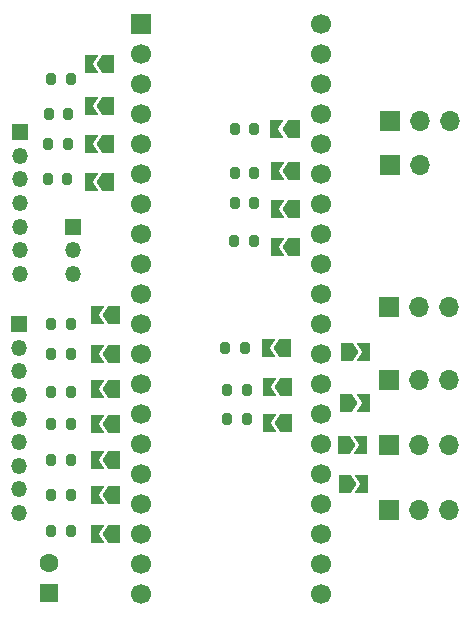
<source format=gbr>
%TF.GenerationSoftware,KiCad,Pcbnew,7.0.2*%
%TF.CreationDate,2023-07-25T22:56:35+09:00*%
%TF.ProjectId,bluepill_yoke,626c7565-7069-46c6-9c5f-796f6b652e6b,rev?*%
%TF.SameCoordinates,Original*%
%TF.FileFunction,Soldermask,Bot*%
%TF.FilePolarity,Negative*%
%FSLAX46Y46*%
G04 Gerber Fmt 4.6, Leading zero omitted, Abs format (unit mm)*
G04 Created by KiCad (PCBNEW 7.0.2) date 2023-07-25 22:56:35*
%MOMM*%
%LPD*%
G01*
G04 APERTURE LIST*
G04 Aperture macros list*
%AMRoundRect*
0 Rectangle with rounded corners*
0 $1 Rounding radius*
0 $2 $3 $4 $5 $6 $7 $8 $9 X,Y pos of 4 corners*
0 Add a 4 corners polygon primitive as box body*
4,1,4,$2,$3,$4,$5,$6,$7,$8,$9,$2,$3,0*
0 Add four circle primitives for the rounded corners*
1,1,$1+$1,$2,$3*
1,1,$1+$1,$4,$5*
1,1,$1+$1,$6,$7*
1,1,$1+$1,$8,$9*
0 Add four rect primitives between the rounded corners*
20,1,$1+$1,$2,$3,$4,$5,0*
20,1,$1+$1,$4,$5,$6,$7,0*
20,1,$1+$1,$6,$7,$8,$9,0*
20,1,$1+$1,$8,$9,$2,$3,0*%
%AMFreePoly0*
4,1,6,1.000000,0.000000,0.500000,-0.750000,-0.500000,-0.750000,-0.500000,0.750000,0.500000,0.750000,1.000000,0.000000,1.000000,0.000000,$1*%
%AMFreePoly1*
4,1,6,0.500000,-0.750000,-0.650000,-0.750000,-0.150000,0.000000,-0.650000,0.750000,0.500000,0.750000,0.500000,-0.750000,0.500000,-0.750000,$1*%
G04 Aperture macros list end*
%ADD10FreePoly0,0.000000*%
%ADD11FreePoly1,0.000000*%
%ADD12FreePoly0,180.000000*%
%ADD13FreePoly1,180.000000*%
%ADD14O,1.700000X1.700000*%
%ADD15R,1.700000X1.700000*%
%ADD16C,1.700000*%
%ADD17C,1.600000*%
%ADD18R,1.600000X1.600000*%
%ADD19O,1.350000X1.350000*%
%ADD20R,1.350000X1.350000*%
%ADD21RoundRect,0.200000X0.200000X0.275000X-0.200000X0.275000X-0.200000X-0.275000X0.200000X-0.275000X0*%
G04 APERTURE END LIST*
D10*
%TO.C,JP23*%
X114700000Y-81600000D03*
D11*
X116150000Y-81600000D03*
%TD*%
D12*
%TO.C,JP1*%
X110225000Y-72750000D03*
D13*
X108775000Y-72750000D03*
%TD*%
D12*
%TO.C,JP10*%
X94975000Y-97000000D03*
D13*
X93525000Y-97000000D03*
%TD*%
D12*
%TO.C,JP14*%
X94475000Y-60750000D03*
D13*
X93025000Y-60750000D03*
%TD*%
D12*
%TO.C,JP4*%
X94975000Y-81750000D03*
D13*
X93525000Y-81750000D03*
%TD*%
D12*
%TO.C,JP19*%
X109475000Y-81250000D03*
D13*
X108025000Y-81250000D03*
%TD*%
D12*
%TO.C,JP16*%
X94475000Y-67250000D03*
D13*
X93025000Y-67250000D03*
%TD*%
D12*
%TO.C,JP5*%
X94975000Y-84750000D03*
D13*
X93525000Y-84750000D03*
%TD*%
D12*
%TO.C,JP11*%
X110200000Y-66250000D03*
D13*
X108750000Y-66250000D03*
%TD*%
D12*
%TO.C,JP15*%
X94475000Y-64000000D03*
D13*
X93025000Y-64000000D03*
%TD*%
D10*
%TO.C,JP22*%
X114650000Y-85900000D03*
D11*
X116100000Y-85900000D03*
%TD*%
D12*
%TO.C,JP18*%
X109525000Y-84600000D03*
D13*
X108075000Y-84600000D03*
%TD*%
D12*
%TO.C,JP17*%
X109525000Y-87600000D03*
D13*
X108075000Y-87600000D03*
%TD*%
D12*
%TO.C,JP8*%
X94975000Y-93750000D03*
D13*
X93525000Y-93750000D03*
%TD*%
D12*
%TO.C,JP2*%
X110200000Y-69500000D03*
D13*
X108750000Y-69500000D03*
%TD*%
D10*
%TO.C,JP20*%
X114525000Y-92800000D03*
D11*
X115975000Y-92800000D03*
%TD*%
D12*
%TO.C,JP12*%
X110175000Y-62750000D03*
D13*
X108725000Y-62750000D03*
%TD*%
D12*
%TO.C,JP3*%
X94975000Y-78500000D03*
D13*
X93525000Y-78500000D03*
%TD*%
D12*
%TO.C,JP13*%
X94475000Y-57250000D03*
D13*
X93025000Y-57250000D03*
%TD*%
D10*
%TO.C,JP21*%
X114475000Y-89500000D03*
D11*
X115925000Y-89500000D03*
%TD*%
D12*
%TO.C,JP6*%
X94975000Y-87750000D03*
D13*
X93525000Y-87750000D03*
%TD*%
D12*
%TO.C,JP7*%
X94975000Y-90750000D03*
D13*
X93525000Y-90750000D03*
%TD*%
D14*
%TO.C,J9*%
X123455000Y-62075000D03*
X120915000Y-62075000D03*
D15*
X118375000Y-62075000D03*
%TD*%
D14*
%TO.C,J8*%
X120865000Y-65800000D03*
D15*
X118325000Y-65800000D03*
%TD*%
D16*
%TO.C,U1*%
X112524759Y-53860000D03*
X112524759Y-56400000D03*
X112524759Y-58940000D03*
X112524759Y-61480000D03*
X112524759Y-64020000D03*
X112524759Y-66560000D03*
X112524759Y-69100000D03*
X112524759Y-71640000D03*
X112524759Y-74180000D03*
X112524759Y-76720000D03*
X112524759Y-79260000D03*
X112524759Y-81800000D03*
X112524759Y-84340000D03*
X112524759Y-86880000D03*
X112524759Y-89420000D03*
X112524759Y-91960000D03*
X112524759Y-94500000D03*
X112524759Y-97040000D03*
X112524759Y-99580000D03*
X112524759Y-102120000D03*
X97284759Y-102120000D03*
X97284759Y-99580000D03*
X97284759Y-97040000D03*
X97284759Y-94500000D03*
X97284759Y-91960000D03*
X97284759Y-89420000D03*
X97284759Y-86880000D03*
X97284759Y-84340000D03*
X97284759Y-81800000D03*
X97284759Y-79260000D03*
X97284759Y-76720000D03*
X97284759Y-74180000D03*
X97284759Y-71640000D03*
X97284759Y-69100000D03*
X97284759Y-66560000D03*
X97284759Y-64020000D03*
X97284759Y-61480000D03*
X97284759Y-58940000D03*
X97284759Y-56400000D03*
D15*
X97284759Y-53860000D03*
%TD*%
D17*
%TO.C,C23*%
X89450000Y-99500000D03*
D18*
X89450000Y-102000000D03*
%TD*%
D19*
%TO.C,J7*%
X91500000Y-75000000D03*
X91500000Y-73000000D03*
D20*
X91500000Y-71000000D03*
%TD*%
D14*
%TO.C,J2*%
X123330000Y-89500000D03*
X120790000Y-89500000D03*
D15*
X118250000Y-89500000D03*
%TD*%
D14*
%TO.C,J4*%
X123380000Y-77800000D03*
X120840000Y-77800000D03*
D15*
X118300000Y-77800000D03*
%TD*%
D14*
%TO.C,J3*%
X123330000Y-84000000D03*
X120790000Y-84000000D03*
D15*
X118250000Y-84000000D03*
%TD*%
D19*
%TO.C,J6*%
X87000000Y-75000000D03*
X87000000Y-73000000D03*
X87000000Y-71000000D03*
X87000000Y-69000000D03*
X87000000Y-67000000D03*
X87000000Y-65000000D03*
D20*
X87000000Y-63000000D03*
%TD*%
D14*
%TO.C,J1*%
X123330000Y-95000000D03*
X120790000Y-95000000D03*
D15*
X118250000Y-95000000D03*
%TD*%
D19*
%TO.C,J5*%
X86950000Y-95250000D03*
X86950000Y-93250000D03*
X86950000Y-91250000D03*
X86950000Y-89250000D03*
X86950000Y-87250000D03*
X86950000Y-85250000D03*
X86950000Y-83250000D03*
X86950000Y-81250000D03*
D20*
X86950000Y-79250000D03*
%TD*%
D21*
%TO.C,R8*%
X89675000Y-81750000D03*
X91325000Y-81750000D03*
%TD*%
%TO.C,R19*%
X89375000Y-67000000D03*
X91025000Y-67000000D03*
%TD*%
%TO.C,R6*%
X105200000Y-69000000D03*
X106850000Y-69000000D03*
%TD*%
%TO.C,R11*%
X89675000Y-90750000D03*
X91325000Y-90750000D03*
%TD*%
%TO.C,R13*%
X89675000Y-96750000D03*
X91325000Y-96750000D03*
%TD*%
%TO.C,R20*%
X104575000Y-87250000D03*
X106225000Y-87250000D03*
%TD*%
%TO.C,R17*%
X89450000Y-61500000D03*
X91100000Y-61500000D03*
%TD*%
%TO.C,R9*%
X89675000Y-85000000D03*
X91325000Y-85000000D03*
%TD*%
%TO.C,R14*%
X105200000Y-66500000D03*
X106850000Y-66500000D03*
%TD*%
%TO.C,R12*%
X89675000Y-93750000D03*
X91325000Y-93750000D03*
%TD*%
%TO.C,R15*%
X105200000Y-62750000D03*
X106850000Y-62750000D03*
%TD*%
%TO.C,R7*%
X89675000Y-79250000D03*
X91325000Y-79250000D03*
%TD*%
%TO.C,R21*%
X104575000Y-84800000D03*
X106225000Y-84800000D03*
%TD*%
%TO.C,R5*%
X105175000Y-72250000D03*
X106825000Y-72250000D03*
%TD*%
%TO.C,R18*%
X89425000Y-64000000D03*
X91075000Y-64000000D03*
%TD*%
%TO.C,R22*%
X104375000Y-81250000D03*
X106025000Y-81250000D03*
%TD*%
%TO.C,R16*%
X89675000Y-58500000D03*
X91325000Y-58500000D03*
%TD*%
%TO.C,R10*%
X89675000Y-87750000D03*
X91325000Y-87750000D03*
%TD*%
M02*

</source>
